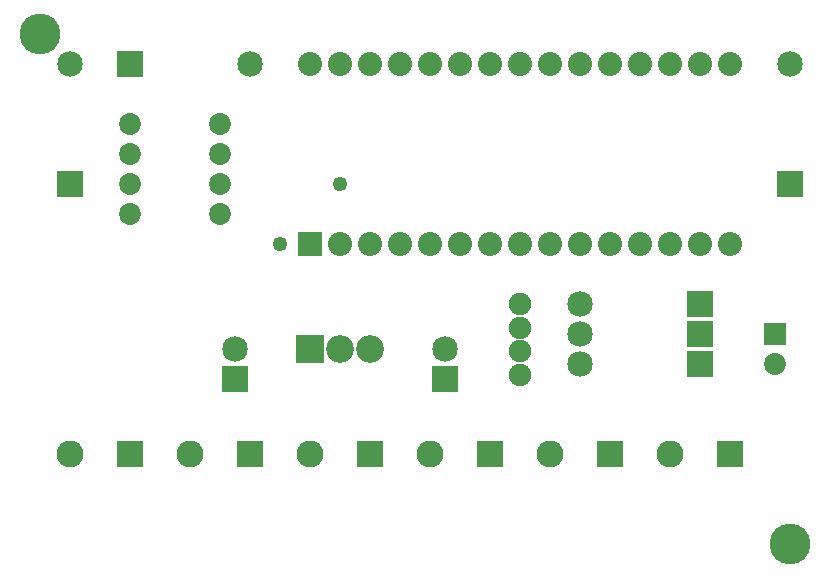
<source format=gts>
G04 MADE WITH FRITZING*
G04 WWW.FRITZING.ORG*
G04 DOUBLE SIDED*
G04 HOLES PLATED*
G04 CONTOUR ON CENTER OF CONTOUR VECTOR*
%ASAXBY*%
%FSLAX23Y23*%
%MOIN*%
%OFA0B0*%
%SFA1.0B1.0*%
%ADD10C,0.080000*%
%ADD11C,0.073000*%
%ADD12C,0.085000*%
%ADD13C,0.090000*%
%ADD14C,0.092000*%
%ADD15C,0.049370*%
%ADD16C,0.075000*%
%ADD17C,0.072992*%
%ADD18C,0.135984*%
%ADD19R,0.080000X0.079972*%
%ADD20R,0.085000X0.085000*%
%ADD21R,0.090000X0.090000*%
%ADD22R,0.092000X0.092000*%
%ADD23R,0.072992X0.072992*%
%LNMASK1*%
G90*
G70*
G54D10*
X1033Y1148D03*
X1133Y1148D03*
X1233Y1148D03*
X1333Y1148D03*
X1433Y1148D03*
X1533Y1148D03*
X1633Y1148D03*
X1733Y1148D03*
X1833Y1148D03*
X1933Y1148D03*
X2033Y1148D03*
X2133Y1148D03*
X2233Y1148D03*
X2333Y1148D03*
X2433Y1148D03*
X1033Y1748D03*
X1133Y1748D03*
X1233Y1748D03*
X1333Y1748D03*
X1433Y1748D03*
X1533Y1748D03*
X1633Y1748D03*
X1733Y1748D03*
X1833Y1748D03*
X1933Y1748D03*
X2033Y1748D03*
X2133Y1748D03*
X2233Y1748D03*
X2333Y1748D03*
X2433Y1748D03*
G54D11*
X733Y1248D03*
X733Y1348D03*
X733Y1448D03*
X733Y1548D03*
X433Y1548D03*
X433Y1448D03*
X433Y1348D03*
X433Y1248D03*
X733Y1248D03*
X733Y1348D03*
X733Y1448D03*
X733Y1548D03*
X433Y1548D03*
X433Y1448D03*
X433Y1348D03*
X433Y1248D03*
G54D12*
X233Y1348D03*
X233Y1748D03*
X433Y1748D03*
X833Y1748D03*
G54D13*
X1633Y448D03*
X1433Y448D03*
X1233Y448D03*
X1033Y448D03*
X433Y448D03*
X233Y448D03*
X833Y448D03*
X633Y448D03*
X2433Y448D03*
X2233Y448D03*
X2033Y448D03*
X1833Y448D03*
G54D14*
X1033Y798D03*
X1133Y798D03*
X1233Y798D03*
G54D12*
X1483Y698D03*
X1483Y798D03*
X783Y698D03*
X783Y798D03*
G54D15*
X1133Y1348D03*
X933Y1148D03*
G54D12*
X2633Y1348D03*
X2633Y1748D03*
G54D16*
X1733Y712D03*
X1733Y791D03*
X1733Y869D03*
X1733Y948D03*
G54D17*
X2583Y847D03*
X2583Y748D03*
G54D12*
X2333Y748D03*
X1933Y748D03*
X2333Y848D03*
X1933Y848D03*
X2333Y948D03*
X1933Y948D03*
G54D18*
X133Y1848D03*
X2633Y148D03*
G54D19*
X1033Y1148D03*
G54D20*
X233Y1348D03*
X433Y1748D03*
G54D21*
X1633Y448D03*
X1233Y448D03*
X433Y448D03*
X833Y448D03*
X2433Y448D03*
X2033Y448D03*
G54D22*
X1033Y798D03*
G54D20*
X1483Y698D03*
X783Y698D03*
X2633Y1348D03*
G54D23*
X2583Y847D03*
G54D20*
X2333Y748D03*
X2333Y848D03*
X2333Y948D03*
G04 End of Mask1*
M02*
</source>
